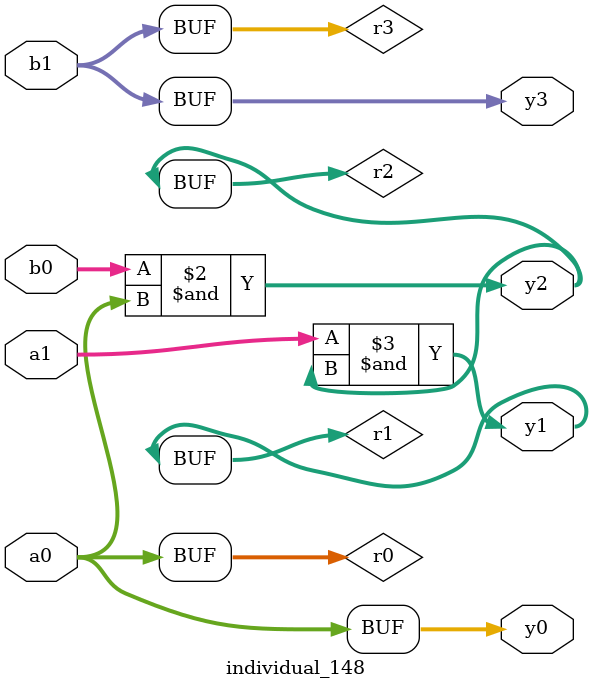
<source format=sv>
module individual_148(input logic [15:0] a1, input logic [15:0] a0, input logic [15:0] b1, input logic [15:0] b0, output logic [15:0] y3, output logic [15:0] y2, output logic [15:0] y1, output logic [15:0] y0);
logic [15:0] r0, r1, r2, r3; 
 always@(*) begin 
	 r0 = a0; r1 = a1; r2 = b0; r3 = b1; 
 	 r2  &=  a0 ;
 	 r1  &=  r2 ;
 	 y3 = r3; y2 = r2; y1 = r1; y0 = r0; 
end
endmodule
</source>
